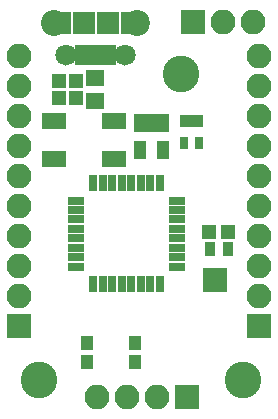
<source format=gbr>
G04 #@! TF.FileFunction,Soldermask,Top*
%FSLAX46Y46*%
G04 Gerber Fmt 4.6, Leading zero omitted, Abs format (unit mm)*
G04 Created by KiCad (PCBNEW 4.0.7-e2-6376~61~ubuntu18.04.1) date Sun Jul  8 15:07:32 2018*
%MOMM*%
%LPD*%
G01*
G04 APERTURE LIST*
%ADD10C,0.100000*%
%ADD11R,2.051000X1.398220*%
%ADD12R,1.200000X1.200000*%
%ADD13R,0.850000X1.750000*%
%ADD14C,1.808000*%
%ADD15C,2.200000*%
%ADD16R,1.900000X1.950000*%
%ADD17R,0.762000X1.473200*%
%ADD18R,1.473200X0.762000*%
%ADD19R,1.000000X1.540000*%
%ADD20C,3.100000*%
%ADD21R,1.150000X1.200000*%
%ADD22R,1.650000X1.400000*%
%ADD23R,2.100000X2.100000*%
%ADD24O,2.100000X2.100000*%
%ADD25R,0.900000X1.300000*%
%ADD26R,0.800000X1.050000*%
%ADD27R,1.102360X1.201420*%
G04 APERTURE END LIST*
D10*
D11*
X110424440Y-137600000D03*
X110424440Y-140795320D03*
X115575560Y-140795320D03*
X115575560Y-137600000D03*
D12*
X125200000Y-147000000D03*
X123600000Y-147000000D03*
D13*
X115300000Y-131975000D03*
X114650000Y-131975000D03*
X114000000Y-131975000D03*
X113350000Y-131975000D03*
X112700000Y-131975000D03*
D14*
X116500000Y-132000000D03*
X111500000Y-132000000D03*
D15*
X117500000Y-129300000D03*
X110500000Y-129300000D03*
D16*
X115000000Y-129300000D03*
X113000000Y-129300000D03*
X117050000Y-129300000D03*
X110950000Y-129300000D03*
D17*
X119400300Y-142808620D03*
X118600200Y-142808620D03*
X117800100Y-142808620D03*
X117000000Y-142808620D03*
X116202440Y-142808620D03*
X115402340Y-142808620D03*
X114602240Y-142808620D03*
X113802140Y-142808620D03*
D18*
X112308620Y-144302140D03*
X112308620Y-145102240D03*
X112308620Y-145902340D03*
X112308620Y-146702440D03*
X112308620Y-147500000D03*
X112308620Y-148300100D03*
X112308620Y-149100200D03*
X112308620Y-149900300D03*
D17*
X113802140Y-151393820D03*
X114602240Y-151393820D03*
X115402340Y-151393820D03*
X116202440Y-151393820D03*
X117000000Y-151393820D03*
X117800100Y-151393820D03*
X118600200Y-151393820D03*
X119400300Y-151393820D03*
D18*
X120893820Y-149900300D03*
X120893820Y-149100200D03*
X120893820Y-148300100D03*
X120893820Y-147500000D03*
X120893820Y-146702440D03*
X120893820Y-145902340D03*
X120893820Y-145102240D03*
X120893820Y-144302140D03*
D19*
X119650000Y-137760000D03*
X118700000Y-137760000D03*
X117750000Y-137760000D03*
X117750000Y-140040000D03*
X119650000Y-140040000D03*
D20*
X109200000Y-159500000D03*
X126500000Y-159500000D03*
X121200000Y-133600000D03*
D21*
X110900000Y-134150000D03*
X110900000Y-135650000D03*
X112300000Y-134150000D03*
X112300000Y-135650000D03*
D22*
X113900000Y-135900000D03*
X113900000Y-133900000D03*
D23*
X107500000Y-154900000D03*
D24*
X107500000Y-152360000D03*
X107500000Y-149820000D03*
X107500000Y-147280000D03*
X107500000Y-144740000D03*
X107500000Y-142200000D03*
X107500000Y-139660000D03*
X107500000Y-137120000D03*
X107500000Y-134580000D03*
X107500000Y-132040000D03*
D23*
X127820000Y-154900000D03*
D24*
X127820000Y-152360000D03*
X127820000Y-149820000D03*
X127820000Y-147280000D03*
X127820000Y-144740000D03*
X127820000Y-142200000D03*
X127820000Y-139660000D03*
X127820000Y-137120000D03*
X127820000Y-134580000D03*
X127820000Y-132040000D03*
D23*
X122220000Y-129200000D03*
D24*
X124760000Y-129200000D03*
X127300000Y-129200000D03*
D23*
X121680000Y-160900000D03*
D24*
X119140000Y-160900000D03*
X116600000Y-160900000D03*
X114060000Y-160900000D03*
D23*
X124100000Y-151000000D03*
D25*
X125200000Y-148400000D03*
X123700000Y-148400000D03*
D26*
X122750000Y-137550000D03*
X121450000Y-137550000D03*
X122100000Y-137550000D03*
X121450000Y-139450000D03*
X122750000Y-139450000D03*
D27*
X113250220Y-157997560D03*
X117349780Y-157997560D03*
X117349780Y-156402440D03*
X113250220Y-156402440D03*
M02*

</source>
